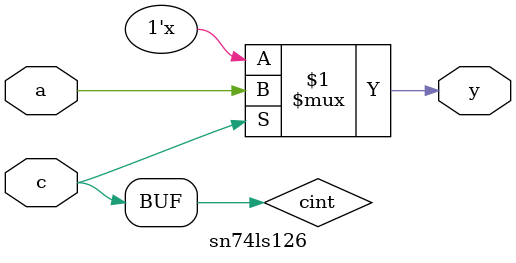
<source format=v>
module sn74ls126(y, a, c);
input a, c;
output y;
wire cint;

parameter
	// TI TTL data book Vol 1, 1985
	tPLH_min=0, tPLH_typ=8,           tPLH_max=13,
	tPHL_min=0, tPHL_typ=12,          tPHL_max=18,
	tPZH_min=0, tPZH_typ=11-tPLH_typ, tPZH_max=18-tPLH_max,
	tPZL_min=0, tPZL_typ=16-tPHL_typ, tPZL_max=25-tPHL_max;
// does not respect tPHZ, tPLZ !

	assign #(tPZH_min : tPZH_typ : tPZH_max,
		   tPZL_min : tPZL_typ : tPZL_max)
		cint = c;
	assign #(tPLH_min : tPLH_typ : tPLH_max,
		   tPHL_min : tPHL_typ : tPHL_max)
		y = cint ? a : 1'bz;

endmodule

</source>
